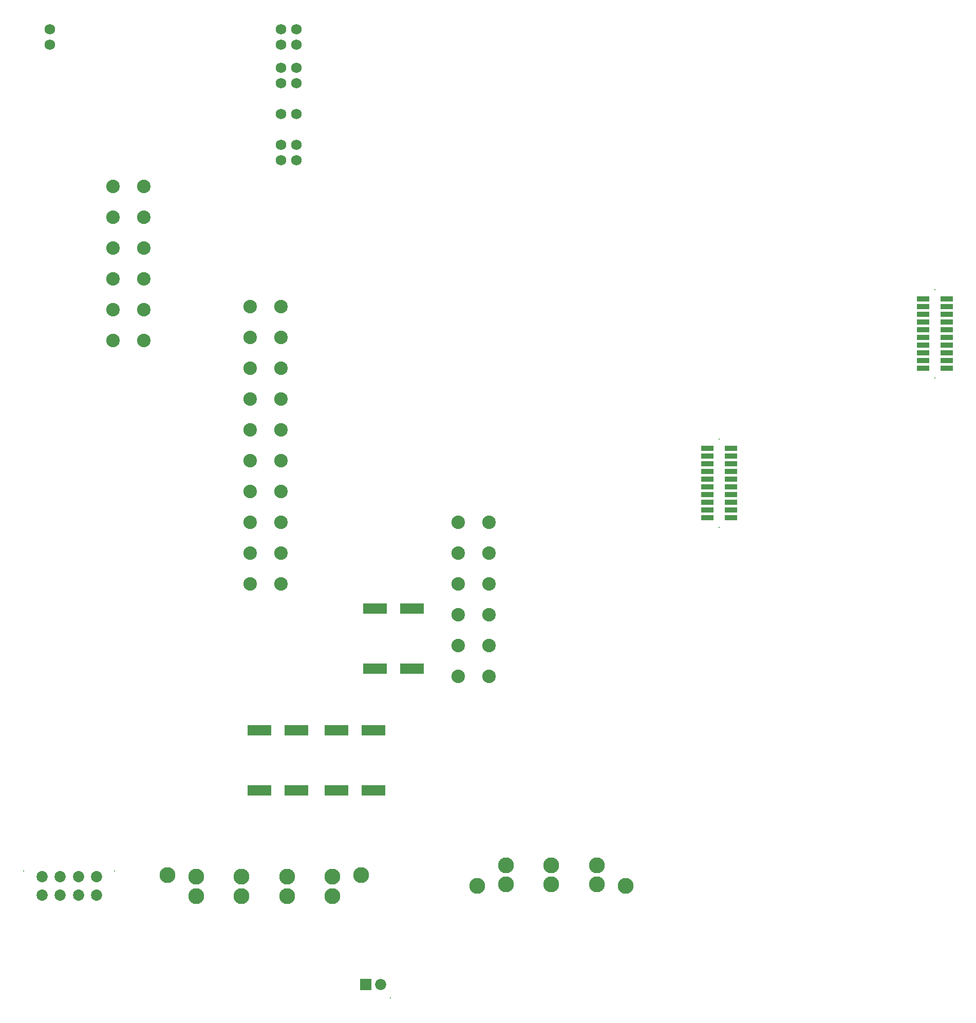
<source format=gts>
G04 Layer_Color=8388736*
%FSLAX24Y24*%
%MOIN*%
G70*
G01*
G75*
%ADD26R,0.0828X0.0336*%
%ADD27R,0.1580X0.0700*%
%ADD28C,0.0680*%
%ADD29C,0.0879*%
%ADD30C,0.1030*%
%ADD31C,0.0080*%
%ADD32C,0.0724*%
%ADD33R,0.0724X0.0724*%
%ADD34C,0.0730*%
D26*
X65200Y51500D02*
D03*
Y52000D02*
D03*
Y52500D02*
D03*
Y53000D02*
D03*
Y53500D02*
D03*
Y54000D02*
D03*
Y54500D02*
D03*
Y55000D02*
D03*
Y55500D02*
D03*
Y56000D02*
D03*
X63665Y51500D02*
D03*
Y52000D02*
D03*
Y52500D02*
D03*
Y53000D02*
D03*
Y53500D02*
D03*
Y54000D02*
D03*
Y54500D02*
D03*
Y55000D02*
D03*
Y55500D02*
D03*
Y56000D02*
D03*
X49665Y46300D02*
D03*
Y45800D02*
D03*
Y45300D02*
D03*
Y44800D02*
D03*
Y44300D02*
D03*
Y43800D02*
D03*
Y43300D02*
D03*
Y42800D02*
D03*
Y42300D02*
D03*
Y41800D02*
D03*
X51200Y46300D02*
D03*
Y45800D02*
D03*
Y45300D02*
D03*
Y44800D02*
D03*
Y44300D02*
D03*
Y43800D02*
D03*
Y43300D02*
D03*
Y42800D02*
D03*
Y42300D02*
D03*
Y41800D02*
D03*
D27*
X28110Y35900D02*
D03*
Y32000D02*
D03*
X30500D02*
D03*
Y35900D02*
D03*
X23000Y28000D02*
D03*
Y24100D02*
D03*
X20610D02*
D03*
Y28000D02*
D03*
X25610D02*
D03*
Y24100D02*
D03*
X28000D02*
D03*
Y28000D02*
D03*
D28*
X7000Y73500D02*
D03*
Y72500D02*
D03*
X23000Y65000D02*
D03*
X22000D02*
D03*
X23000Y66000D02*
D03*
X22000D02*
D03*
X23000Y70000D02*
D03*
X22000D02*
D03*
X23000Y71000D02*
D03*
X22000D02*
D03*
X23000Y72500D02*
D03*
X22000D02*
D03*
X23000Y73500D02*
D03*
X22000D02*
D03*
X23000Y68000D02*
D03*
X22000D02*
D03*
D29*
X20000Y53500D02*
D03*
Y51500D02*
D03*
X35500Y41500D02*
D03*
Y39500D02*
D03*
Y37500D02*
D03*
Y35500D02*
D03*
Y33500D02*
D03*
Y31500D02*
D03*
X33500D02*
D03*
Y33500D02*
D03*
Y35500D02*
D03*
Y37500D02*
D03*
Y39500D02*
D03*
Y41500D02*
D03*
X20000Y43500D02*
D03*
Y41500D02*
D03*
Y39500D02*
D03*
X22000D02*
D03*
Y41500D02*
D03*
Y43500D02*
D03*
Y37500D02*
D03*
X20000D02*
D03*
X22000Y55500D02*
D03*
Y53500D02*
D03*
Y51500D02*
D03*
Y49500D02*
D03*
Y47500D02*
D03*
Y45500D02*
D03*
X20000D02*
D03*
Y47500D02*
D03*
Y49500D02*
D03*
Y55500D02*
D03*
X13100Y63300D02*
D03*
Y61300D02*
D03*
Y59300D02*
D03*
Y57300D02*
D03*
Y55300D02*
D03*
Y53300D02*
D03*
X11100D02*
D03*
Y55300D02*
D03*
Y57300D02*
D03*
Y59300D02*
D03*
Y61300D02*
D03*
Y63300D02*
D03*
D30*
X14630Y18600D02*
D03*
X27220D02*
D03*
X25350Y17250D02*
D03*
X22400D02*
D03*
X19450D02*
D03*
X16500D02*
D03*
Y18500D02*
D03*
X19450D02*
D03*
X22400D02*
D03*
X25350D02*
D03*
X34730Y17900D02*
D03*
X44370D02*
D03*
X42500Y19250D02*
D03*
X39550D02*
D03*
X36600D02*
D03*
Y18000D02*
D03*
X39550D02*
D03*
X42500D02*
D03*
D31*
X29114Y10634D02*
D03*
X11220Y18870D02*
D03*
X5320D02*
D03*
X64432Y56618D02*
D03*
Y50878D02*
D03*
X50432Y41178D02*
D03*
Y46918D02*
D03*
D32*
X28484Y11500D02*
D03*
D33*
X27500D02*
D03*
D34*
X8860Y18500D02*
D03*
Y17320D02*
D03*
X10040D02*
D03*
X7680D02*
D03*
X6500D02*
D03*
X10040Y18500D02*
D03*
X7680D02*
D03*
X6500Y18500D02*
D03*
M02*

</source>
